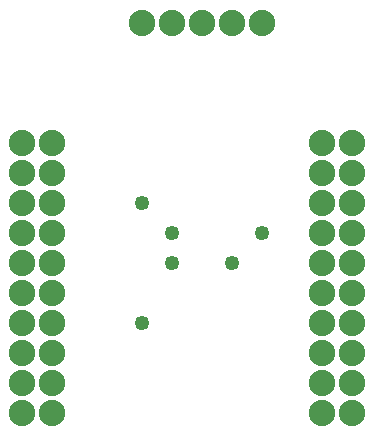
<source format=gbs>
G04 MADE WITH FRITZING*
G04 WWW.FRITZING.ORG*
G04 DOUBLE SIDED*
G04 HOLES PLATED*
G04 CONTOUR ON CENTER OF CONTOUR VECTOR*
%ASAXBY*%
%FSLAX23Y23*%
%MOIN*%
%OFA0B0*%
%SFA1.0B1.0*%
%ADD10C,0.088000*%
%ADD11C,0.049370*%
%LNMASK0*%
G90*
G70*
G54D10*
X518Y1412D03*
X618Y1412D03*
X718Y1412D03*
X818Y1412D03*
X918Y1412D03*
X118Y1012D03*
X118Y912D03*
X118Y812D03*
X118Y712D03*
X118Y612D03*
X118Y512D03*
X118Y412D03*
X118Y312D03*
X118Y212D03*
X118Y112D03*
X118Y1012D03*
X118Y912D03*
X118Y812D03*
X118Y712D03*
X118Y612D03*
X118Y512D03*
X118Y412D03*
X118Y312D03*
X118Y212D03*
X118Y112D03*
X218Y112D03*
X218Y212D03*
X218Y312D03*
X218Y412D03*
X218Y512D03*
X218Y612D03*
X218Y712D03*
X218Y812D03*
X218Y912D03*
X218Y1012D03*
X1118Y1012D03*
X1118Y912D03*
X1118Y812D03*
X1118Y712D03*
X1118Y612D03*
X1118Y512D03*
X1118Y412D03*
X1118Y312D03*
X1118Y212D03*
X1118Y112D03*
X1118Y1012D03*
X1118Y912D03*
X1118Y812D03*
X1118Y712D03*
X1118Y612D03*
X1118Y512D03*
X1118Y412D03*
X1118Y312D03*
X1118Y212D03*
X1118Y112D03*
X1218Y112D03*
X1218Y212D03*
X1218Y312D03*
X1218Y412D03*
X1218Y512D03*
X1218Y612D03*
X1218Y712D03*
X1218Y812D03*
X1218Y912D03*
X1218Y1012D03*
G54D11*
X618Y612D03*
X818Y612D03*
X618Y712D03*
X919Y712D03*
X518Y412D03*
X518Y812D03*
G04 End of Mask0*
M02*
</source>
